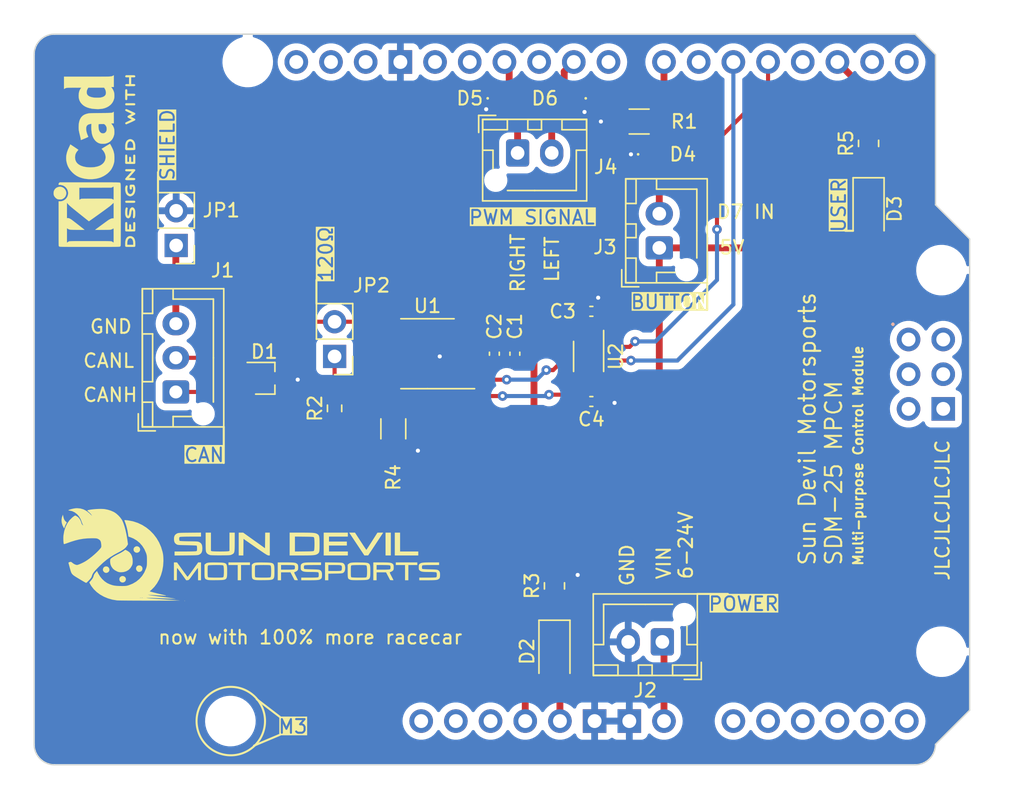
<source format=kicad_pcb>
(kicad_pcb (version 20240108) (generator "pcbnew") (generator_version "8.0")
  (title_block (title "DRS Control Board") (date "2023-11-21") (rev "v1") (comment 1 "Front Copper"))
  (layers (0 "F.Cu" signal) (31 "B.Cu" signal) (34 "B.Paste" user) (35 "F.Paste" user) (36 "B.SilkS" user "B.Silkscreen") (37 "F.SilkS" user "F.Silkscreen") (38 "B.Mask" user) (39 "F.Mask" user) (44 "Edge.Cuts" user))
  (net 0 "")
  (net 12 "/USR_LED")
  (net 14 "/CTX_5V")
  (net 15 "/CRX_5V")
  (net 17 "/BTN_INPUT")
  (net 19 "/SERVO_LEFT")
  (net 21 "/SERVO_RIGHT")
  (net 33 "VCC")
  (net 34 "GND")
  (net 35 "+3.3V")
  (net 37 "/CANL")
  (net 38 "/CANH")
  (net 39 "/CAN_Rs")
  (net 40 "+5V")
  (net 41 "/CTX_3V3")
  (net 42 "/CRX_3V3")
  (net 43 "/BUS_TERMINATION")
  (net 44 "/PWR_LED")
  (net 45 "/USR_LED_RSTR")
  (net 46 "/SHIELD")
  (footprint "Connector_JST:JST_XH_B2B-XH-AM_1x02_P2.50mm_Vertical" (layer "F.Cu") (at 160.275 85.15 90)
    (property "Reference" "J3" (at 0.05 -3.975 180) (layer "F.SilkS"))
    (property "Value" "BUTTON")
    (pad "" np_thru_hole circle (at -1.6 2 90) (size 1.2 1.2) (drill 1.2) (layers "*.Cu" "*.Mask"))
    (pad "1" thru_hole roundrect (at 0 0 90) (size 1.7 2) (drill 1) (layers "*.Cu" "*.Mask") (roundrect_rratio 0.1470588235) (net 40 "+5V"))
    (pad "2" thru_hole oval (at 2.5 0 90) (size 1.7 2) (drill 1) (layers "*.Cu" "*.Mask") (net 17 "/BTN_INPUT"))
  )
  (footprint "Resistor_SMD:R_1206_3216Metric" (layer "F.Cu") (at 158.8 75.9 180)
    (property "Reference" "R1" (at -3.3 0 180) (layer "F.SilkS"))
    (property "Value" "10k")
    (pad "1" smd roundrect (at -1.4625 0 180) (size 1.125 1.75) (layers "F.Cu" "F.Paste" "F.Mask") (roundrect_rratio 0.2222222222) (net 17 "/BTN_INPUT"))
    (pad "2" smd roundrect (at 1.4625 0 180) (size 1.125 1.75) (layers "F.Cu" "F.Paste" "F.Mask") (roundrect_rratio 0.2222222222) (net 34 "GND"))
  )
  (footprint "Resistor_SMD:R_0603_1608Metric" (layer "F.Cu") (at 136.5 96.9 90)
    (property "Reference" "R2" (at 0 -1.43 90) (layer "F.SilkS"))
    (property "Value" "120")
    (pad "1" smd roundrect (at -0.825 0 90) (size 0.8 0.95) (layers "F.Cu" "F.Paste" "F.Mask") (net 38 "/CANH"))
    (pad "2" smd roundrect (at 0.825 0 90) (size 0.8 0.95) (layers "F.Cu" "F.Paste" "F.Mask") (net 43 "/BUS_TERMINATION"))
  )
  (footprint "Capacitor_SMD:C_0402_1005Metric" (layer "F.Cu") (at 149.7 92.9 -90)
    (property "Reference" "C1" (at -2 0 -90) (layer "F.SilkS"))
    (property "Value" "100nF")
    (pad "1" smd roundrect (at -0.48 0 270) (size 0.56 0.62) (layers "F.Cu" "F.Paste" "F.Mask") (net 35 "+3.3V"))
    (pad "2" smd roundrect (at 0.48 0 270) (size 0.56 0.62) (layers "F.Cu" "F.Paste" "F.Mask") (net 34 "GND"))
  )
  (footprint "Capacitor_SMD:C_0402_1005Metric" (layer "F.Cu") (at 155.3 89.8)
    (property "Reference" "C3" (at -2.1 0 0) (layer "F.SilkS"))
    (property "Value" "100nF")
    (pad "1" smd roundrect (at -0.48 0) (size 0.56 0.62) (layers "F.Cu" "F.Paste" "F.Mask") (net 35 "+3.3V"))
    (pad "2" smd roundrect (at 0.48 0) (size 0.56 0.62) (layers "F.Cu" "F.Paste" "F.Mask") (net 34 "GND"))
  )
  (footprint "Connector_PinHeader_2.54mm:PinHeader_1x02_P2.54mm_Vertical" (layer "F.Cu") (at 136.5 93.1 180)
    (property "Reference" "JP2" (at -2.7 5.2 0) (layer "F.SilkS"))
    (property "Value" "CAN")
    (pad "1" thru_hole rect (at 0 0 180) (size 1.7 1.7) (drill 1) (layers "*.Cu" "*.Mask") (net 43 "/BUS_TERMINATION"))
    (pad "2" thru_hole oval (at 0 2.54 180) (size 1.7 1.7) (drill 1) (layers "*.Cu" "*.Mask") (net 37 "/CANL"))
  )
  (footprint "Capacitor_SMD:C_0402_1005Metric" (layer "F.Cu") (at 148.2 92.9 -90)
    (property "Reference" "C2" (at -2 0 -90) (layer "F.SilkS"))
    (property "Value" "100nF")
    (pad "1" smd roundrect (at -0.48 0 270) (size 0.56 0.62) (layers "F.Cu" "F.Paste" "F.Mask") (net 35 "+3.3V"))
    (pad "2" smd roundrect (at 0.48 0 270) (size 0.56 0.62) (layers "F.Cu" "F.Paste" "F.Mask") (net 34 "GND"))
  )
  (footprint "Resistor_SMD:R_0805_2012Metric" (layer "F.Cu") (at 152.6 109.9 90)
    (property "Reference" "R3" (at 0 -1.65 90) (layer "F.SilkS"))
    (property "Value" "220")
    (pad "1" smd roundrect (at -0.9125 0 90) (size 1.025 1.4) (layers "F.Cu" "F.Paste" "F.Mask") (roundrect_rratio 0.243902439) (net 44 "/PWR_LED"))
    (pad "2" smd roundrect (at 0.9125 0 90) (size 1.025 1.4) (layers "F.Cu" "F.Paste" "F.Mask") (roundrect_rratio 0.243902439) (net 34 "GND"))
  )
  (footprint "Resistor_SMD:R_0805_2012Metric" (layer "F.Cu") (at 175.6 77.5 90)
    (property "Reference" "R5" (at 0 -1.65 90) (layer "F.SilkS"))
    (property "Value" "220")
    (pad "1" smd roundrect (at -0.9125 0 90) (size 1.025 1.4) (layers "F.Cu" "F.Paste" "F.Mask") (roundrect_rratio 0.243902439) (net 45 "/USR_LED_RSTR"))
    (pad "2" smd roundrect (at 0.9125 0 90) (size 1.025 1.4) (layers "F.Cu" "F.Paste" "F.Mask") (roundrect_rratio 0.243902439) (net 12 "/USR_LED"))
  )
  (footprint "Resistor_SMD:R_1206_3216Metric" (layer "F.Cu") (at 140.8 98.4 -90)
    (property "Reference" "R4" (at 3.5625 0 90) (layer "F.SilkS"))
    (property "Value" "10k")
    (pad "1" smd roundrect (at -1.4625 0 270) (size 1.125 1.75) (layers "F.Cu" "F.Paste" "F.Mask") (roundrect_rratio 0.2222222222) (net 39 "/CAN_Rs"))
    (pad "2" smd roundrect (at 1.4625 0 270) (size 1.125 1.75) (layers "F.Cu" "F.Paste" "F.Mask") (roundrect_rratio 0.2222222222) (net 34 "GND"))
  )
  (footprint "Connector_PinHeader_2.54mm:PinHeader_1x02_P2.54mm_Vertical" (layer "F.Cu") (at 124.9 84.975 180)
    (property "Reference" "JP1" (at -3.3 2.575 0) (layer "F.SilkS"))
    (property "Value" "Shield")
    (pad "1" thru_hole rect (at 0 0 180) (size 1.7 1.7) (drill 1) (layers "*.Cu" "*.Mask") (net 46 "/SHIELD"))
    (pad "2" thru_hole oval (at 0 2.54 180) (size 1.7 1.7) (drill 1) (layers "*.Cu" "*.Mask") (net 34 "GND"))
  )
  (footprint "Capacitor_SMD:C_0402_1005Metric" (layer "F.Cu") (at 155.3 96.4)
    (property "Reference" "C4" (at 0 1.3 0) (layer "F.SilkS"))
    (property "Value" "100nF")
    (pad "1" smd roundrect (at -0.48 0) (size 0.56 0.62) (layers "F.Cu" "F.Paste" "F.Mask") (net 40 "+5V"))
    (pad "2" smd roundrect (at 0.48 0) (size 0.56 0.62) (layers "F.Cu" "F.Paste" "F.Mask") (net 34 "GND"))
  )
  (footprint "LED_SMD:LED_1206_3216Metric" (layer "F.Cu") (at 175.6 82.3 -90)
    (property "Reference" "D3" (at 0 -1.9 90) (layer "F.SilkS"))
    (property "Value" "RED")
    (pad "1" smd roundrect (at -1.4 0 270) (size 1.25 1.75) (layers "F.Cu" "F.Paste" "F.Mask") (roundrect_rratio 0.2) (net 45 "/USR_LED_RSTR"))
    (pad "2" smd roundrect (at 1.4 0 270) (size 1.25 1.75) (layers "F.Cu" "F.Paste" "F.Mask") (roundrect_rratio 0.2) (net 40 "+5V"))
  )
  (footprint "Connector_JST:JST_XH_B2B-XH-AM_1x02_P2.50mm_Vertical" (layer "F.Cu") (at 149.9 78.2)
    (property "Reference" "J4" (at 6.45 1.025 0) (layer "F.SilkS"))
    (property "Value" "SERVO")
    (pad "" np_thru_hole circle (at -1.6 2) (size 1.2 1.2) (drill 1.2) (layers "*.Cu" "*.Mask"))
    (pad "1" thru_hole roundrect (at 0 0) (size 1.7 2) (drill 1) (layers "*.Cu" "*.Mask") (roundrect_rratio 0.1470588235) (net 21 "/SERVO_RIGHT"))
    (pad "2" thru_hole oval (at 2.5 0) (size 1.7 2) (drill 1) (layers "*.Cu" "*.Mask") (net 19 "/SERVO_LEFT"))
  )
  (footprint "Diode_SMD:D_0402_1005Metric" (layer "F.Cu") (at 153.8 74.2 180)
    (property "Reference" "D6" (at 1.9 0 0) (layer "F.SilkS"))
    (property "Value" "GG040205170N2P")
    (pad "1" smd roundrect (at -0.485 0 180) (size 0.59 0.64) (layers "F.Cu" "F.Paste" "F.Mask") (net 34 "GND"))
    (pad "2" smd roundrect (at 0.485 0 180) (size 0.59 0.64) (layers "F.Cu" "F.Paste" "F.Mask") (net 19 "/SERVO_LEFT"))
  )
  (footprint "PCM_arduino-library:Arduino_Uno_R4_Minima_Shield" (layer "F.Cu") (at 114.9 122.34)
    (property "Reference" "A1" (hide yes))
    (property "Value" "Arduino_Uno_R4_Minima_Shield")
    (fp_text user "." (at 62.484 -32.004 0) (layer "B.SilkS"))
    (fp_text user "." (at 62.484 -32.004 0) (layer "F.SilkS"))
    (pad "" np_thru_hole circle (at 13.97 -2.54) (size 3.2 3.2) (drill 3.2) (layers "*.Cu" "*.Mask"))
    (pad "" np_thru_hole circle (at 15.24 -50.8) (size 3.2 3.2) (drill 3.2) (layers "*.Cu" "*.Mask"))
    (pad "" np_thru_hole circle (at 66.04 -35.56) (size 3.2 3.2) (drill 3.2) (layers "*.Cu" "*.Mask"))
    (pad "" np_thru_hole circle (at 66.04 -7.62) (size 3.2 3.2) (drill 3.2) (layers "*.Cu" "*.Mask"))
    (pad "3V3" thru_hole oval (at 35.56 -2.54) (size 1.7272 1.7272) (drill 1.016) (layers "*.Cu" "*.Mask") (net 35 "+3.3V"))
    (pad "5V1" thru_hole oval (at 38.1 -2.54) (size 1.7272 1.7272) (drill 1.016) (layers "*.Cu" "*.Mask") (net 40 "+5V"))
    (pad "5V2" thru_hole oval (at 66.167 -30.48) (size 1.7272 1.7272) (drill 1.016) (layers "*.Cu" "*.Mask"))
    (pad "A0" thru_hole oval (at 50.8 -2.54) (size 1.7272 1.7272) (drill 1.016) (layers "*.Cu" "*.Mask"))
    (pad "A1" thru_hole oval (at 53.34 -2.54) (size 1.7272 1.7272) (drill 1.016) (layers "*.Cu" "*.Mask"))
    (pad "A2" thru_hole oval (at 55.88 -2.54) (size 1.7272 1.7272) (drill 1.016) (layers "*.Cu" "*.Mask"))
    (pad "A3" thru_hole oval (at 58.42 -2.54) (size 1.7272 1.7272) (drill 1.016) (layers "*.Cu" "*.Mask"))
    (pad "A4" thru_hole oval (at 60.96 -2.54) (size 1.7272 1.7272) (drill 1.016) (layers "*.Cu" "*.Mask"))
    (pad "A5" thru_hole oval (at 63.5 -2.54) (size 1.7272 1.7272) (drill 1.016) (layers "*.Cu" "*.Mask"))
    (pad "AREF" thru_hole oval (at 23.876 -50.8) (size 1.7272 1.7272) (drill 1.016) (layers "*.Cu" "*.Mask"))
    (pad "BOOT" thru_hole oval (at 27.94 -2.54) (size 1.7272 1.7272) (drill 1.016) (layers "*.Cu" "*.Mask"))
    (pad "D0" thru_hole oval (at 63.5 -50.8) (size 1.7272 1.7272) (drill 1.016) (layers "*.Cu" "*.Mask"))
    (pad "D1" thru_hole oval (at 60.96 -50.8) (size 1.7272 1.7272) (drill 1.016) (layers "*.Cu" "*.Mask"))
    (pad "D2" thru_hole oval (at 58.42 -50.8) (size 1.7272 1.7272) (drill 1.016) (layers "*.Cu" "*.Mask") (net 12 "/USR_LED"))
    (pad "D3" thru_hole oval (at 55.88 -50.8) (size 1.7272 1.7272) (drill 1.016) (layers "*.Cu" "*.Mask"))
    (pad "D4" thru_hole oval (at 53.34 -50.8) (size 1.7272 1.7272) (drill 1.016) (layers "*.Cu" "*.Mask") (net 14 "/CTX_5V"))
    (pad "D5" thru_hole oval (at 50.8 -50.8) (size 1.7272 1.7272) (drill 1.016) (layers "*.Cu" "*.Mask") (net 15 "/CRX_5V"))
    (pad "D6" thru_hole oval (at 48.26 -50.8) (size 1.7272 1.7272) (drill 1.016) (layers "*.Cu" "*.Mask"))
    (pad "D7" thru_hole oval (at 45.72 -50.8) (size 1.7272 1.7272) (drill 1.016) (layers "*.Cu" "*.Mask") (net 17 "/BTN_INPUT"))
    (pad "D8" thru_hole oval (at 41.656 -50.8) (size 1.7272 1.7272) (drill 1.016) (layers "*.Cu" "*.Mask"))
    (pad "D9" thru_hole oval (at 39.116 -50.8) (size 1.7272 1.7272) (drill 1.016) (layers "*.Cu" "*.Mask") (net 19 "/SERVO_LEFT"))
    (pad "D10" thru_hole oval (at 36.576 -50.8) (size 1.7272 1.7272) (drill 1.016) (layers "*.Cu" "*.Mask"))
    (pad "D11" thru_hole oval (at 34.036 -50.8) (size 1.7272 1.7272) (drill 1.016) (layers "*.Cu" "*.Mask") (net 21 "/SERVO_RIGHT"))
    (pad "D12" thru_hole oval (at 31.496 -50.8) (size 1.7272 1.7272) (drill 1.016) (layers "*.Cu" "*.Mask"))
    (pad "D13" thru_hole oval (at 28.956 -50.8) (size 1.7272 1.7272) (drill 1.016) (layers "*.Cu" "*.Mask"))
    (pad "GND1" thru_hole rect (at 26.416 -50.8) (size 1.7272 1.7272) (drill 1.016) (layers "*.Cu" "*.Mask") (net 34 "GND"))
    (pad "GND2" thru_hole rect (at 40.64 -2.54) (size 1.7272 1.7272) (drill 1.016) (layers "*.Cu" "*.Mask") (net 34 "GND"))
    (pad "GND3" thru_hole rect (at 43.18 -2.54) (size 1.7272 1.7272) (drill 1.016) (layers "*.Cu" "*.Mask") (net 34 "GND"))
    (pad "GND4" thru_hole rect (at 66.167 -25.4) (size 1.7272 1.7272) (drill 1.016) (layers "*.Cu" "*.Mask"))
    (pad "IORF" thru_hole oval (at 30.48 -2.54) (size 1.7272 1.7272) (drill 1.016) (layers "*.Cu" "*.Mask"))
    (pad "MISO" thru_hole oval (at 63.627 -30.48) (size 1.7272 1.7272) (drill 1.016) (layers "*.Cu" "*.Mask"))
    (pad "MOSI" thru_hole oval (at 66.167 -27.94) (size 1.7272 1.7272) (drill 1.016) (layers "*.Cu" "*.Mask"))
    (pad "RST1" thru_hole oval (at 33.02 -2.54) (size 1.7272 1.7272) (drill 1.016) (layers "*.Cu" "*.Mask"))
    (pad "RST2" thru_hole oval (at 63.627 -25.4) (size 1.7272 1.7272) (drill 1.016) (layers "*.Cu" "*.Mask"))
    (pad "SCK" thru_hole oval (at 63.627 -27.94) (size 1.7272 1.7272) (drill 1.016) (layers "*.Cu" "*.Mask"))
    (pad "SCL" thru_hole oval (at 18.796 -50.8) (size 1.7272 1.7272) (drill 1.016) (layers "*.Cu" "*.Mask"))
    (pad "SDA" thru_hole oval (at 21.336 -50.8) (size 1.7272 1.7272) (drill 1.016) (layers "*.Cu" "*.Mask"))
    (pad "VIN" thru_hole oval (at 45.72 -2.54) (size 1.7272 1.7272) (drill 1.016) (layers "*.Cu" "*.Mask") (net 33 "VCC"))
  )
  (footprint "Connector_JST:JST_XH_B3B-XH-AM_1x03_P2.50mm_Vertical" (layer "F.Cu") (at 124.875 95.7 90)
    (property "Reference" "J1" (at 8.9 3.425 0) (layer "F.SilkS"))
    (property "Value" "CAN")
    (pad "" np_thru_hole circle (at -1.6 2 90) (size 1.2 1.2) (drill 1.2) (layers "*.Cu" "*.Mask"))
    (pad "1" thru_hole roundrect (at 0 0 90) (size 1.7 1.95) (drill 0.95) (layers "*.Cu" "*.Mask") (roundrect_rratio 0.1470588235) (net 38 "/CANH"))
    (pad "2" thru_hole oval (at 2.5 0 90) (size 1.7 1.95) (drill 0.95) (layers "*.Cu" "*.Mask") (net 37 "/CANL"))
    (pad "3" thru_hole oval (at 5 0 90) (size 1.7 1.95) (drill 0.95) (layers "*.Cu" "*.Mask") (net 46 "/SHIELD"))
  )
  (footprint "Diode_SMD:D_0402_1005Metric" (layer "F.Cu") (at 148.8 74.2)
    (property "Reference" "D5" (at -2.4 0 0) (layer "F.SilkS"))
    (property "Value" "GG040205170N2P")
    (pad "1" smd roundrect (at -0.485 0) (size 0.59 0.64) (layers "F.Cu" "F.Paste" "F.Mask") (net 34 "GND"))
    (pad "2" smd roundrect (at 0.485 0) (size 0.59 0.64) (layers "F.Cu" "F.Paste" "F.Mask") (net 21 "/SERVO_RIGHT"))
  )
  (footprint "LOGO" (layer "F.Cu") (at 130.4 107.6)
    (property "Reference" "G***" (hide yes))
    (property "Value" "LOGO" (hide yes))
  )
  (footprint "Symbol:KiCad-Logo2_5mm_SilkScreen" (layer "F.Cu") (at 118.9 78.8 90)
    (property "Reference" "REF**" (hide yes))
    (property "Value" "KiCad-Logo2_5mm_SilkScreen" (hide yes))
  )
  (footprint "Package_SO:VSSOP-8_2.3x2mm_P0.5mm" (layer "F.Cu") (at 155.1 93.1 -90)
    (property "Reference" "U2" (at 0 -2 90) (layer "F.SilkS"))
    (property "Value" "TXU0202")
    (pad "1" smd rect (at -1.55 -0.75 180) (size 0.3 0.8) (layers "F.Cu" "F.Paste" "F.Mask") (net 14 "/CTX_5V"))
    (pad "2" smd rect (at -1.55 -0.25 180) (size 0.3 0.8) (layers "F.Cu" "F.Paste" "F.Mask") (net 34 "GND"))
    (pad "3" smd rect (at -1.55 0.25 180) (size 0.3 0.8) (layers "F.Cu" "F.Paste" "F.Mask") (net 35 "+3.3V"))
    (pad "4" smd rect (at -1.55 0.75 180) (size 0.3 0.8) (layers "F.Cu" "F.Paste" "F.Mask") (net 41 "/CTX_3V3"))
    (pad "5" smd rect (at 1.55 0.75 180) (size 0.3 0.8) (layers "F.Cu" "F.Paste" "F.Mask") (net 42 "/CRX_3V3"))
    (pad "6" smd rect (at 1.55 0.25 180) (size 0.3 0.8) (layers "F.Cu" "F.Paste" "F.Mask") (net 40 "+5V"))
    (pad "7" smd rect (at 1.55 -0.25 180) (size 0.3 0.8) (layers "F.Cu" "F.Paste" "F.Mask") (net 40 "+5V"))
    (pad "8" smd rect (at 1.55 -0.75 180) (size 0.3 0.8) (layers "F.Cu" "F.Paste" "F.Mask") (net 15 "/CRX_5V"))
  )
  (footprint "Diode_SMD:D_0402_1005Metric" (layer "F.Cu") (at 159.815 78.3)
    (property "Reference" "D4" (at 2.185 0 0) (layer "F.SilkS"))
    (property "Value" "GG040205170N2P")
    (pad "1" smd roundrect (at -0.485 0) (size 0.59 0.64) (layers "F.Cu" "F.Paste" "F.Mask") (net 34 "GND"))
    (pad "2" smd roundrect (at 0.485 0) (size 0.59 0.64) (layers "F.Cu" "F.Paste" "F.Mask") (net 17 "/BTN_INPUT"))
  )
  (footprint "Package_TO_SOT_SMD:SOT-323_SC-70" (layer "F.Cu") (at 131.4 94.7)
    (property "Reference" "D1" (at -0.05 -1.95 0) (layer "F.SilkS"))
    (property "Value" "ESDCAN")
    (pad "1" smd rect (at -1 -0.65 270) (size 0.45 0.7) (layers "F.Cu" "F.Paste" "F.Mask") (net 37 "/CANL"))
    (pad "2" smd rect (at -1 0.65 270) (size 0.45 0.7) (layers "F.Cu" "F.Paste" "F.Mask") (net 38 "/CANH"))
    (pad "3" smd rect (at 1 0 270) (size 0.45 0.7) (layers "F.Cu" "F.Paste" "F.Mask") (net 34 "GND"))
  )
  (footprint "Connector_JST:JST_XH_B2B-XH-AM_1x02_P2.50mm_Vertical" (layer "F.Cu") (at 160.5 114 180)
    (property "Reference" "J2" (at 1.25 -3.55 0) (layer "F.SilkS"))
    (property "Value" "POWER")
    (pad "" np_thru_hole circle (at -1.6 2 180) (size 1.2 1.2) (drill 1.2) (layers "*.Cu" "*.Mask"))
    (pad "1" thru_hole roundrect (at 0 0 180) (size 1.7 2) (drill 1) (layers "*.Cu" "*.Mask") (roundrect_rratio 0.1470588235) (net 33 "VCC"))
    (pad "2" thru_hole oval (at 2.5 0 180) (size 1.7 2) (drill 1) (layers "*.Cu" "*.Mask") (net 34 "GND"))
  )
  (footprint "LED_SMD:LED_1206_3216Metric" (layer "F.Cu") (at 152.6 114.7 -90)
    (property "Reference" "D2" (at 0 2 90) (layer "F.SilkS"))
    (property "Value" "GREEN")
    (pad "1" smd roundrect (at -1.4 0 270) (size 1.25 1.75) (layers "F.Cu" "F.Paste" "F.Mask") (roundrect_rratio 0.2) (net 44 "/PWR_LED"))
    (pad "2" smd roundrect (at 1.4 0 270) (size 1.25 1.75) (layers "F.Cu" "F.Paste" "F.Mask") (roundrect_rratio 0.2) (net 40 "+5V"))
  )
  (footprint "Package_SO:SOIC-8_3.9x4.9mm_P1.27mm" (layer "F.Cu") (at 143.3 92.9 180)
    (property "Reference" "U1" (at 0 3.5 0) (layer "F.SilkS"))
    (property "Value" "SN65HVD230")
    (pad "1" smd roundrect (at -2.475 -1.905 180) (size 1.95 0.6) (layers "F.Cu" "F.Paste" "F.Mask") (net 41 "/CTX_3V3"))
    (pad "2" smd roundrect (at -2.475 -0.635 180) (size 1.95 0.6) (layers "F.Cu" "F.Paste" "F.Mask") (net 34 "GND"))
    (pad "3" smd roundrect (at -2.475 0.635 180) (size 1.95 0.6) (layers "F.Cu" "F.Paste" "F.Mask") (net 35 "+3.3V"))
    (pad "4" smd roundrect (at -2.475 1.905 180) (size 1.95 0.6) (layers "F.Cu" "F.Paste" "F.Mask") (net 42 "/CRX_3V3"))
    (pad "5" smd roundrect (at 2.475 1.905 180) (size 1.95 0.6) (layers "F.Cu" "F.Paste" "F.Mask"))
    (pad "6" smd roundrect (at 2.475 0.635 180) (size 1.95 0.6) (layers "F.Cu" "F.Paste" "F.Mask") (net 37 "/CANL"))
    (pad "7" smd roundrect (at 2.475 -0.635 180) (size 1.95 0.6) (layers "F.Cu" "F.Paste" "F.Mask") (net 38 "/CANH"))
    (pad "8" smd roundrect (at 2.475 -1.905 180) (size 1.95 0.6) (layers "F.Cu" "F.Paste" "F.Mask") (net 39 "/CAN_Rs"))
  )
  (gr_line (start 123.57 81.105) (end 123.57 79.6) (stroke (width 0.15)) (layer "F.SilkS"))
  (gr_line (start 174.465 83.9) (end 173.9 83.9) (stroke (width 0.15)) (layer "F.SilkS"))
  (gr_line (start 163.06 110.49) (end 165.3 110.49) (stroke (width 0.15)) (layer "F.SilkS"))
  (gr_line (start 128.385 98.26) (end 128.385 100.9) (stroke (width 0.15)) (layer "F.SilkS"))
  (gr_line (start 130.8 118.2) (end 132.5 119.5) (stroke (width 0.15)) (layer "F.SilkS"))
  (gr_line (start 163.785 87.71) (end 163.785 89.7) (stroke (width 0.15)) (layer "F.SilkS"))
  (gr_line (start 132.5 120.8) (end 130.6 121.6) (stroke (width 0.15)) (layer "F.SilkS"))
  (gr_line (start 135.17 89.23) (end 135.17 87.5) (stroke (width 0.15)) (layer "F.SilkS"))
  (gr_circle (center 128.9 119.8) (end 131.1 118.6) (stroke (width 0.15)) (fill none) (layer "F.SilkS"))
  (gr_line (start 183 84.5) (end 183 90.5) (stroke (width 0.1)) (layer "Edge.Cuts"))
  (gr_line (start 180.5 71) (end 180.5 82) (stroke (width 0.1)) (layer "Edge.Cuts"))
  (gr_arc (start 180.5 121.5) (mid 180.06066 122.56066) (end 179 123) (stroke (width 0.1)) (layer "Edge.Cuts"))
  (gr_line (start 183 119) (end 180.5 121.5) (stroke (width 0.1)) (layer "Edge.Cuts"))
  (gr_line (start 179 69.5) (end 180.5 71) (stroke (width 0.1)) (layer "Edge.Cuts"))
  (gr_line (start 116 69.5) (end 179 69.5) (stroke (width 0.1)) (layer "Edge.Cuts"))
  (gr_arc (start 114.5 71) (mid 114.93934 69.93934) (end 116 69.5) (stroke (width 0.1)) (layer "Edge.Cuts"))
  (gr_line (start 180.5 82) (end 183 84.5) (stroke (width 0.1)) (layer "Edge.Cuts"))
  (gr_line (start 114.5 71) (end 114.5 121.5) (stroke (width 0.1)) (layer "Edge.Cuts"))
  (gr_line (start 179 123) (end 116 123) (stroke (width 0.1)) (layer "Edge.Cuts"))
  (gr_arc (start 116 123) (mid 114.93934 122.56066) (end 114.5 121.5) (stroke (width 0.1)) (layer "Edge.Cuts"))
  (gr_line (start 183 90.5) (end 183 119) (stroke (width 0.1)) (layer "Edge.Cuts"))
  (gr_text "PWM SIGNAL" (at 146.25 83.5 0) (layer "F.SilkS" knockout) (effects (font (size 1 1)) (justify left bottom)))
  (gr_text "Sun Devil Motorsports\nSDM-25 MPCM" (at 173.75 108.5 90) (layer "F.SilkS") (effects (font (size 1.2 1.2)) (justify left bottom)))
  (gr_text "BUTTON" (at 158.1 89.7 0) (layer "F.SilkS" knockout) (effects (font (size 1 1)) (justify left bottom)))
  (gr_text "LEFT" (at 153 87.75 90) (layer "F.SilkS") (effects (font (size 1 1)) (justify left bottom)))
  (gr_text "JLCJLCJLCJLC" (at 181.6 109.6 90) (layer "F.SilkS") (effects (font (size 1 1)) (justify left bottom)))
  (gr_text "Multi-purpose Control Module" (at 175.25 108.5 90) (layer "F.SilkS") (effects (font (size 0.7 0.7)) (justify left bottom)))
  (gr_text "M3" (at 132.3 120.2 0) (layer "F.SilkS" knockout) (effects (font (size 1 1)) (justify left)))
  (gr_text "CANH\n" (at 118 96.5 0) (layer "F.SilkS") (effects (font (size 1 1)) (justify left bottom)))
  (gr_text "SHIELD" (at 124.85 80.3 90) (layer "F.SilkS" knockout) (effects (font (size 1 1)) (justify left bottom)))
  (gr_text "now with 100% more racecar" (at 123.5 114.25 0) (layer "F.SilkS") (effects (font (size 1 1)) (justify left bottom)))
  (gr_text "POWER" (at 163.8 111.8 0) (layer "F.SilkS" knockout) (effects (font (size 1 1)) (justify left bottom)))
  (gr_text "GND\n" (at 158.5 110 90) (layer "F.SilkS") (effects (font (size 1 1)) (justify left bottom)))
  (gr_text "D7 IN" (at 164.4 83.1 0) (layer "F.SilkS") (effects (font (size 1 1)) (justify left bottom)))
  (gr_text "VIN\n6-24V" (at 162.8 109.5 90) (layer "F.SilkS") (effects (font (size 1 1)) (justify left bottom)))
  (gr_text "CAN" (at 125.4 100.9 0) (layer "F.SilkS" knockout) (effects (font (size 1 1)) (justify left bottom)))
  (gr_text "RIGHT" (at 150.5 88.5 90) (layer "F.SilkS") (effects (font (size 1 1)) (justify left bottom)))
  (gr_text "CANL" (at 118 94 0) (layer "F.SilkS") (effects (font (size 1 1)) (justify left bottom)))
  (gr_text "GND" (at 118.5 91.5 0) (layer "F.SilkS") (effects (font (size 1 1)) (justify left bottom)))
  (gr_text "120Ω" (at 136.44 87.7 90) (layer "F.SilkS" knockout) (effects (font (size 1 1)) (justify left bottom)))
  (gr_text "5V\n" (at 164.6 85.7 0) (layer "F.SilkS") (effects (font (size 1 1)) (justify left bottom)))
  (gr_text "USER" (at 174 84.1 90) (layer "F.SilkS" knockout) (effects (font (size 1 1)) (justify left bottom)))
  (segment (start 175.6 73.82) (end 175.6 76.5875) (width 0.5) (layer "F.Cu") (net 12))
  (segment (start 173.32 71.54) (end 175.6 73.82) (width 0.5) (layer "F.Cu") (net 12))
  (segment (start 164.5 83.8) (end 164.5 77.3) (width 0.3) (layer "F.Cu") (net 14))
  (segment (start 158.1 92.4) (end 158.5 92) (width 0.3) (layer "F.Cu") (net 14))
  (segment (start 155.85 91.55) (end 155.85 92.05) (width 0.3) (layer "F.Cu") (net 14))
  (segment (start 155.85 92.05) (end 156.2 92.4) (width 0.3) (layer "F.Cu") (net 14))
  (segment (start 168.24 73.56) (end 168.24 71.54) (width 0.3) (layer "F.Cu") (net 14))
  (segment (start 156.2 92.4) (end 158.1 92.4) (width 0.3) (layer "F.Cu") (net 14))
  (segment (start 164.5 77.3) (end 168.24 73.56) (width 0.3) (layer "F.Cu") (net 14))
  (via (at 158.5 92) (size 0.7) (drill 0.3) (layers "F.Cu" "B.Cu") (net 14))
  (via (at 164.5 83.8) (size 0.7) (drill 0.3) (layers "F.Cu" "B.Cu") (net 14))
  (segment (start 158.5 92) (end 160 92) (width 0.3) (layer "B.Cu") (net 14))
  (segment (start 163.5 88.5) (end 164.5 87.5) (width 0.3) (layer "B.Cu") (net 14))
  (segment (start 164.5 87.5) (end 164.5 83.8) (width 0.3) (layer "B.Cu") (net 14))
  (segment (start 160 92) (end 163.5 88.5) (width 0.3) (layer "B.Cu") (net 14))
  (segment (start 156.3 93.6) (end 156.5 93.4) (width 0.3) (layer "F.Cu") (net 15))
  (segment (start 155.85 94.65) (end 155.85 94.05) (width 0.3) (layer "F.Cu") (net 15))
  (segment (start 155.85 94.05) (end 156.3 93.6) (width 0.3) (layer "F.Cu") (net 15))
  (segment (start 156.5 93.4) (end 158.2 93.4) (width 0.3) (layer "F.Cu") (net 15))
  (via (at 158.2 93.4) (size 0.7) (drill 0.3) (layers "F.Cu" "B.Cu") (net 15))
  (segment (start 158.2 93.4) (end 161.6 93.4) (width 0.3) (layer "B.Cu") (net 15))
  (segment (start 165.7 89.3) (end 165.7 71.54) (width 0.3) (layer "B.Cu") (net 15))
  (segment (start 161.6 93.4) (end 165.7 89.3) (width 0.3) (layer "B.Cu") (net 15))
  (segment (start 160.3125 75.7) (end 160.3125 73.4875) (width 0.5) (layer "F.Cu") (net 17))
  (segment (start 160.275 78.2375) (end 160.3125 78.2) (width 0.5) (layer "F.Cu") (net 17))
  (segment (start 160.3125 73.4875) (end 160.62 73.18) (width 0.5) (layer "F.Cu") (net 17))
  (segment (start 160.275 82.65) (end 160.275 78.2375) (width 0.5) (layer "F.Cu") (net 17))
  (segment (start 160.3125 78.2) (end 160.3125 75.7) (width 0.5) (layer "F.Cu") (net 17))
  (segment (start 160.62 73.18) (end 160.62 71.54) (width 0.5) (layer "F.Cu") (net 17))
  (segment (start 153.315 75.085) (end 153.315 74.2) (width 0.5) (layer "F.Cu") (net 19))
  (segment (start 153.315 74.2) (end 153.315 72.241) (width 0.5) (layer "F.Cu") (net 19))
  (segment (start 152.4 76) (end 153.315 75.085) (width 0.5) (layer "F.Cu") (net 19))
  (segment (start 152.4 78.2) (end 152.4 76) (width 0.5) (layer "F.Cu") (net 19))
  (segment (start 153.315 72.241) (end 154.016 71.54) (width 0.5) (layer "F.Cu") (net 19))
  (segment (start 149.285 74.2) (end 149.285 71.889) (width 0.5) (layer "F.Cu") (net 21))
  (segment (start 149.9 75.9) (end 149.285 75.285) (width 0.5) (layer "F.Cu") (net 21))
  (segment (start 149.9 78.2) (end 149.9 75.9) (width 0.5) (layer "F.Cu") (net 21))
  (segment (start 149.285 75.285) (end 149.285 74.2) (width 0.5) (layer "F.Cu") (net 21))
  (segment (start 149.285 71.889) (end 148.936 71.54) (width 0.5) (layer "F.Cu") (net 21))
  (segment (start 160.62 114.12) (end 160.5 114) (width 0.5) (layer "F.Cu") (net 33))
  (segment (start 160.62 119.8) (end 160.62 114.12) (width 0.5) (layer "F.Cu") (net 33))
  (segment (start 159.33 78.3) (end 158.2 78.3) (width 0.5) (layer "F.Cu") (net 34))
  (segment (start 145.775 93.535) (end 144.635 93.535) (width 0.5) (layer "F.Cu") (net 34))
  (segment (start 156.9 96.4) (end 157 96.5) (width 0.5) (layer "F.Cu") (net 34))
  (segment (start 155.35 91.005024) (end 155.78 90.575024) (width 0.3) (layer "F.Cu") (net 34))
  (segment (start 148.2 93.38) (end 147.62 93.38) (width 0.5) (layer "F.Cu") (net 34))
  (segment (start 154.1875 108.9875) (end 154.3 109.1) (width 0.5) (layer "F.Cu") (net 34))
  (segment (start 133.7 94.7) (end 133.8 94.8) (width 0.5) (layer "F.Cu") (net 34))
  (segment (start 155.78 88.82) (end 155.8 88.8) (width 0.3) (layer "F.Cu") (net 34))
  (segment (start 148.315 74.285) (end 147.6 75) (width 0.5) (layer "F.Cu") (net 34))
  (segment (start 154.285 74.685) (end 154.8 75.2) (width 0.5) (layer "F.Cu") (net 34))
  (segment (start 147.62 93.38) (end 147.465 93.535) (width 0.5) (layer "F.Cu") (net 34))
  (segment (start 132.4 94.7) (end 133.7 94.7) (width 0.5) (layer "F.Cu") (net 34))
  (segment (start 152.6 108.9875) (end 154.1875 108.9875) (width 0.5) (layer "F.Cu") (net 34))
  (segment (start 157.3375 75.9) (end 156 75.9) (width 0.5) (layer "F.Cu") (net 34))
  (segment (start 155.78 96.4) (end 156.9 96.4) (width 0.5) (layer "F.Cu") (net 34))
  (segment (start 148.315 74.2) (end 148.315 74.285) (width 0.5) (layer "F.Cu") (net 34))
  (segment (start 155.78 90.575024) (end 155.78 89.8) (width 0.3) (layer "F.Cu") (net 34))
  (segment (start 149.7 93.38) (end 148.2 93.38) (width 0.5) (layer "F.Cu") (net 34))
  (segment (start 154.285 74.2) (end 154.285 74.685) (width 0.5) (layer "F.Cu") (net 34))
  (segment (start 140.8 99.8625) (end 142.4625 99.8625) (width 0.5) (layer "F.Cu") (net 34))
  (segment (start 155.35 91.55) (end 155.35 91.005024) (width 0.3) (layer "F.Cu") (net 34))
  (segment (start 142.4625 99.8625) (end 142.6 100) (width 0.5) (layer "F.Cu") (net 34))
  (segment (start 147.465 93.535) (end 145.775 93.535) (width 0.5) (layer "F.Cu") (net 34))
  (segment (start 155.78 89.8) (end 155.78 88.82) (width 0.3) (layer "F.Cu") (net 34))
  (segment (start 144.635 93.535) (end 144.2 93.1) (width 0.5) (layer "F.Cu") (net 34))
  (via (at 157 96.5) (size 0.7) (drill 0.3) (layers "F.Cu" "B.Cu") (net 34))
  (via (at 154.8 75.2) (size 0.7) (drill 0.3) (layers "F.Cu" "B.Cu") (net 34))
  (via (at 154.3 109.1) (size 0.7) (drill 0.3) (layers "F.Cu" "B.Cu") (net 34))
  (via (at 155.8 88.8) (size 0.7) (drill 0.3) (layers "F.Cu" "B.Cu") (net 34))
  (via (at 133.8 94.8) (size 0.7) (drill 0.3) (layers "F.Cu" "B.Cu") (net 34))
  (via (at 142.6 100) (size 0.7) (drill 0.3) (layers "F.Cu" "B.Cu") (net 34))
  (via (at 144.2 93.1) (size 0.7) (drill 0.3) (layers "F.Cu" "B.Cu") (net 34))
  (via (at 158.2 78.3) (size 0.7) (drill 0.3) (layers "F.Cu" "B.Cu") (net 34))
  (via (at 156 75.9) (size 0.7) (drill 0.3) (layers "F.Cu" "B.Cu") (net 34))
  (via (at 147.6 75) (size 0.7) (drill 0.3) (layers "F.Cu" "B.Cu") (net 34))
  (segment (start 154.85 89.83) (end 154.82 89.8) (width 0.3) (layer "F.Cu") (net 35))
  (segment (start 147.565 92.265) (end 145.775 92.265) (width 0.5) (layer "F.Cu") (net 35))
  (segment (start 148.2 92.42) (end 149.7 92.42) (width 0.5) (layer "F.Cu") (net 35))
  (segment (start 154.82 89.8) (end 152.2 89.8) (width 0.5) (layer "F.Cu") (net 35))
  (segment (start 149.7 92.42) (end 151.08 92.42) (width 0.5) (layer "F.Cu") (net 35))
  (segment (start 151.1 99.8) (end 151.1 92.4) (width 0.5) (layer "F.Cu") (net 35))
  (segment (start 150.46 119.8) (end 150.46 100.44) (width 0.5) (layer "F.Cu") (net 35))
  (segment (start 151.7 90.3) (end 151.1 90.9) (width 0.5) (layer "F.Cu") (net 35))
  (segment (start 151.1 90.9) (end 151.1 92.4) (width 0.5) (layer "F.Cu") (net 35))
  (segment (start 151.08 92.42) (end 151.1 92.4) (width 0.5) (layer "F.Cu") (net 35))
  (segment (start 147.72 92.42) (end 147.565 92.265) (width 0.5) (layer "F.Cu") (net 35))
  (segment (start 148.2 92.42) (end 147.72 92.42) (width 0.5) (layer "F.Cu") (net 35))
  (segment (start 152.2 89.8) (end 151.7 90.3) (width 0.5) (layer "F.Cu") (net 35))
  (segment (start 150.46 100.44) (end 151.1 99.8) (width 0.5) (layer "F.Cu") (net 35))
  (segment (start 154.85 91.55) (end 154.85 89.83) (width 0.3) (layer "F.Cu") (net 35))
  (segment (start 137.86 90.56) (end 136.5 90.56) (width 0.3) (layer "F.Cu") (net 37))
  (segment (start 128.4 93.2) (end 124.875 93.2) (width 0.3) (layer "F.Cu") (net 37))
  (segment (start 139.565 92.265) (end 137.86 90.56) (width 0.3) (layer "F.Cu") (net 37))
  (segment (start 130.4 94.05) (end 131.35 94.05) (width 0.3) (layer "F.Cu") (net 37))
  (segment (start 130.4 94.05) (end 129.25 94.05) (width 0.3) (layer "F.Cu") (net 37))
  (segment (start 134.84 90.56) (end 136.5 90.56) (width 0.3) (layer "F.Cu") (net 37))
  (segment (start 129.25 94.05) (end 128.4 93.2) (width 0.3) (layer "F.Cu") (net 37))
  (segment (start 140.825 92.265) (end 139.565 92.265) (width 0.3) (layer "F.Cu") (net 37))
  (segment (start 131.35 94.05) (end 134.84 90.56) (width 0.3) (layer "F.Cu") (net 37))
  (segment (start 124.875 95.7) (end 128.8 95.7) (width 0.3) (layer "F.Cu") (net 38))
  (segment (start 138.5 94.6) (end 139.565 93.535) (width 0.3) (layer "F.Cu") (net 38))
  (segment (start 138.5 96.5) (end 138.5 94.6) (width 0.3) (layer "F.Cu") (net 38))
  (segment (start 129.15 95.35) (end 130.4 95.35) (width 0.3) (layer "F.Cu") (net 38))
  (segment (start 139.565 93.535) (end 140.825 93.535) (width 0.3) (layer "F.Cu") (net 38))
  (segment (start 131.45 95.35) (end 133.825 97.725) (width 0.3) (layer "F.Cu") (net 38))
  (segment (start 133.825 97.725) (end 136.5 97.725) (width 0.3) (layer "F.Cu") (net 38))
  (segment (start 130.4 95.35) (end 131.45 95.35) (width 0.3) (layer "F.Cu") (net 38))
  (segment (start 128.8 95.7) (end 129.15 95.35) (width 0.3) (layer "F.Cu") (net 38))
  (segment (start 136.5 97.725) (end 137.275 97.725) (width 0.3) (layer "F.Cu") (net 38))
  (segment (start 137.275 97.725) (end 138.5 96.5) (width 0.3) (layer "F.Cu") (net 38))
  (segment (start 140.8 94.83) (end 140.825 94.805) (width 0.5) (layer "F.Cu") (net 39))
  (segment (start 140.8 96.9375) (end 140.8 94.83) (width 0.5) (layer "F.Cu") (net 39))
  (segment (start 154.8 97.8) (end 154.82 97.78) (width 0.5) (layer "F.Cu") (net 40))
  (segment (start 158.8 99.8) (end 155.7 99.8) (width 0.5) (layer "F.Cu") (net 40))
  (segment (start 174.15 85.15) (end 175.6 83.7) (width 0.5) (layer "F.Cu") (net 40))
  (segment (start 154.85 94.65) (end 155.35 94.65) (width 0.3) (layer "F.Cu") (net 40))
  (segment (start 152.6 117.8) (end 152.6 116.1) (width 0.5) (layer "F.Cu") (net 40))
  (segment (start 154.85 94.65) (end 154.85 96.37) (width 0.3) (layer "F.Cu") (net 40))
  (segment (start 160.275 85.15) (end 160.275 98.325) (width 0.5) (layer "F.Cu") (net 40))
  (segment (start 154.82 97.78) (end 154.82 96.4) (width 0.5) (layer "F.Cu") (net 40))
  (segment (start 152.6 116.1) (end 155.6 113.1) (width 0.5) (layer "F.Cu") (net 40))
  (segment (start 160.275 98.325) (end 158.8 99.8) (width 0.5) (layer "F.Cu") (net 40))
  (segment (start 153 119.8) (end 153 118.2) (width 0.5) (layer "F.Cu") (net 40))
  (segment (start 155.6 113.1) (end 155.6 99.7) (width 0.5) (layer "F.Cu") (net 40))
  (segment (start 160.275 85.15) (end 174.15 85.15) (width 0.5) (layer "F.Cu") (net 40))
  (segment (start 155.7 99.8) (end 155.6 99.7) (width 0.5) (layer "F.Cu") (net 40))
  (segment (start 154.85 96.37) (end 154.82 96.4) (width 0.3) (layer "F.Cu") (net 40))
  (segment (start 153 118.2) (end 152.6 117.8) (width 0.5) (layer "F.Cu") (net 40))
  (segment (start 155.6 99.7) (end 155.6 98.6) (width 0.5) (layer "F.Cu") (net 40))
  (segment (start 155.6 98.6) (end 154.8 97.8) (width 0.5) (layer "F.Cu") (net 40))
  (segment (start 152 94.1) (end 152.5 94.1) (width 0.3) (layer "F.Cu") (net 41))
  (segment (start 149.095 94.805) (end 149.1 94.8) (width 0.3) (layer "F.Cu") (net 41))
  (segment (start 154.35 92.25) (end 154.35 91.55) (width 0.3) (layer "F.Cu") (net 41))
  (segment (start 145.775 94.805) (end 149.095 94.805) (width 0.3) (layer "F.Cu") (net 41))
  (segment (start 152.5 94.1) (end 154.35 92.25) (width 0.3) (layer "F.Cu") (net 41))
  (via (at 149.1 94.8) (size 0.7) (drill 0.3) (layers "F.Cu" "B.Cu") (net 41))
  (via (at 152 94.1) (size 0.7) (drill 0.3) (layers "F.Cu" "B.Cu") (net 41))
  (segment (start 149.1 94.8) (end 151.3 94.8) (width 0.3) (layer "B.Cu") (net 41))
  (segment (start 151.3 94.8) (end 152 94.1) (width 0.3) (layer "B.Cu") (net 41))
  (segment (start 143.4 91.9) (end 143.4 94.8) (width 0.3) (layer "F.Cu") (net 42))
  (segment (start 144.305 90.995) (end 143.4 91.9) (width 0.3) (layer "F.Cu") (net 42))
  (segment (start 145.775 90.995) (end 144.305 90.995) (width 0.3) (layer "F.Cu") (net 42))
  (segment (start 154.35 95.45) (end 153.9 95.9) (width 0.3) (layer "F.Cu") (net 42))
  (segment (start 154.35 94.65) (end 154.35 95.45) (width 0.3) (layer "F.Cu") (net 42))
  (segment (start 143.4 94.8) (end 144.6 96) (width 0.3) (layer "F.Cu") (net 42))
  (segment (start 144.6 96) (end 148.8 96) (width 0.3) (layer "F.Cu") (net 42))
  (segment (start 153.9 95.9) (end 152.2 95.9) (width 0.3) (layer "F.Cu") (net 42))
  (via (at 152.2 95.9) (size 0.7) (drill 0.3) (layers "F.Cu" "B.Cu") (net 42))
  (via (at 148.8 96) (size 0.7) (drill 0.3) (layers "F.Cu" "B.Cu") (net 42))
  (segment (start 148.8 96) (end 152.1 96) (width 0.3) (layer "B.Cu") (net 42))
  (segment (start 152.1 96) (end 152.2 95.9) (width 0.3) (layer "B.Cu") (net 42))
  (segment (start 136.5 93.1) (end 136.5 96.075) (width 0.3) (layer "F.Cu") (net 43))
  (segment (start 152.6 110.8125) (end 152.6 113.3) (width 0.5) (layer "F.Cu") (net 44))
  (segment (start 175.6 78.4125) (end 175.6 80.9) (width 0.5) (layer "F.Cu") (net 45))
  (segment (start 124.875 85) (end 124.9 84.975) (width 0.5) (layer "F.Cu") (net 46))
  (segment (start 124.875 90.7) (end 124.875 85) (width 0.5) (layer "F.Cu") (net 46))
  (zone (net 34) (net_name "GND") (layer "B.Cu") (connect_pads (clearance 0.5)) (min_thickness 0.25) (fill yes (thermal_gap 0.5) (thermal_bridge_width 0.5))
    (polygon (pts (xy 112 67) (xy 187 67) (xy 187 125) (xy 112 125)))
  )
)
</source>
